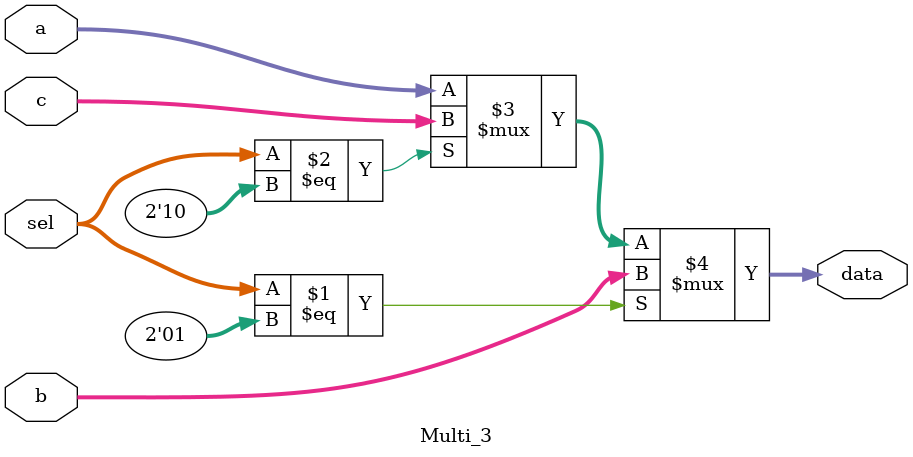
<source format=v>
module Multi_3
#(
	parameter DATA_WIDTH = 32
)
(
	input [DATA_WIDTH-1:0]a,
	input [DATA_WIDTH-1:0]b,
	input [DATA_WIDTH-1:0]c,
	input [1:0]sel,
	output [DATA_WIDTH-1:0]data
);

	assign data = (sel==2'b01) ? b : ((sel==2'b10) ? c : a);

endmodule
</source>
